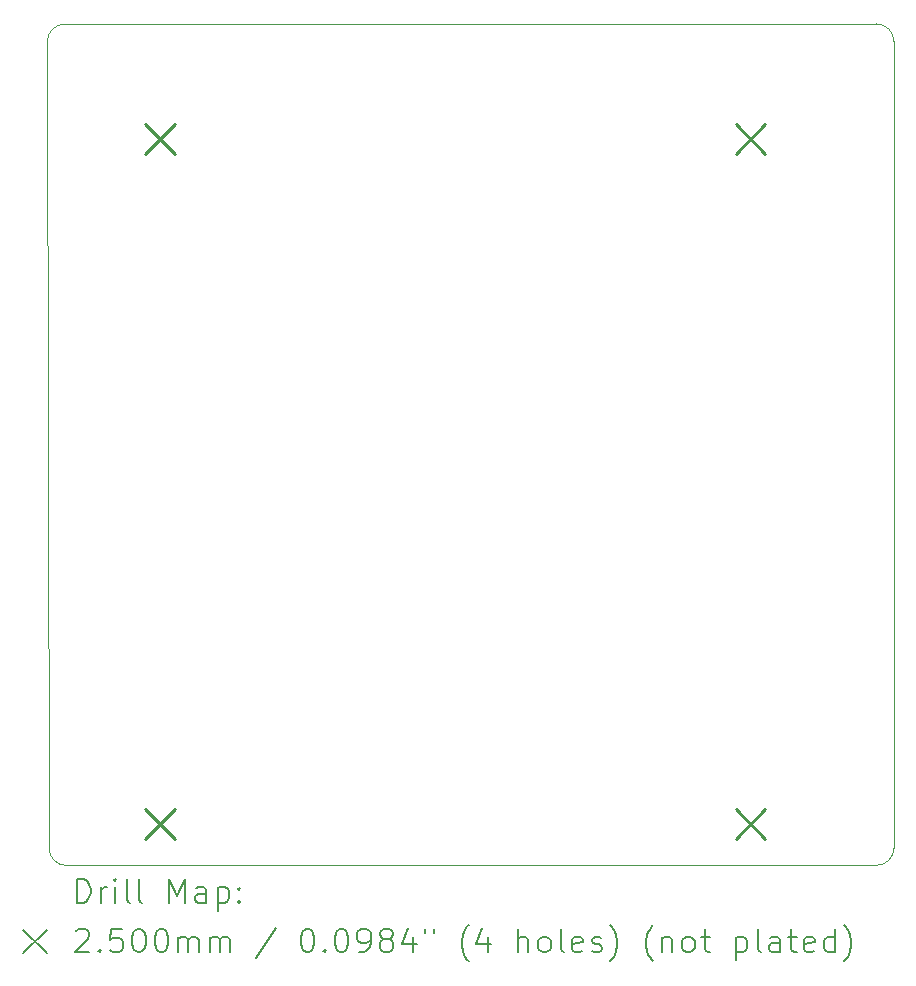
<source format=gbr>
%TF.GenerationSoftware,KiCad,Pcbnew,6.0.8-f2edbf62ab~116~ubuntu22.04.1*%
%TF.CreationDate,2022-11-20T23:03:38-05:00*%
%TF.ProjectId,Pi_HAT_V3,50695f48-4154-45f5-9633-2e6b69636164,rev?*%
%TF.SameCoordinates,Original*%
%TF.FileFunction,Drillmap*%
%TF.FilePolarity,Positive*%
%FSLAX45Y45*%
G04 Gerber Fmt 4.5, Leading zero omitted, Abs format (unit mm)*
G04 Created by KiCad (PCBNEW 6.0.8-f2edbf62ab~116~ubuntu22.04.1) date 2022-11-20 23:03:38*
%MOMM*%
%LPD*%
G01*
G04 APERTURE LIST*
%ADD10C,0.100000*%
%ADD11C,0.200000*%
%ADD12C,0.250000*%
G04 APERTURE END LIST*
D10*
X9446066Y-6476250D02*
X16315000Y-6473750D01*
X9446066Y-6476246D02*
G75*
G03*
X9296066Y-6626250I4J-150004D01*
G01*
X9310000Y-13450000D02*
X9296066Y-6626250D01*
X16316434Y-13598934D02*
G75*
G03*
X16466434Y-13448934I-4J150004D01*
G01*
X16465000Y-6623750D02*
X16466434Y-13448934D01*
X9310000Y-13450000D02*
G75*
G03*
X9460000Y-13600000I150000J0D01*
G01*
X16465000Y-6623750D02*
G75*
G03*
X16315000Y-6473750I-150000J0D01*
G01*
X16316434Y-13598934D02*
X9460000Y-13600000D01*
D11*
D12*
X10125000Y-7325000D02*
X10375000Y-7575000D01*
X10375000Y-7325000D02*
X10125000Y-7575000D01*
X10125000Y-13125000D02*
X10375000Y-13375000D01*
X10375000Y-13125000D02*
X10125000Y-13375000D01*
X15125000Y-7325000D02*
X15375000Y-7575000D01*
X15375000Y-7325000D02*
X15125000Y-7575000D01*
X15125000Y-13125000D02*
X15375000Y-13375000D01*
X15375000Y-13125000D02*
X15125000Y-13375000D01*
D11*
X9548685Y-13915476D02*
X9548685Y-13715476D01*
X9596304Y-13715476D01*
X9624876Y-13725000D01*
X9643923Y-13744048D01*
X9653447Y-13763095D01*
X9662971Y-13801190D01*
X9662971Y-13829762D01*
X9653447Y-13867857D01*
X9643923Y-13886905D01*
X9624876Y-13905952D01*
X9596304Y-13915476D01*
X9548685Y-13915476D01*
X9748685Y-13915476D02*
X9748685Y-13782143D01*
X9748685Y-13820238D02*
X9758209Y-13801190D01*
X9767733Y-13791667D01*
X9786780Y-13782143D01*
X9805828Y-13782143D01*
X9872495Y-13915476D02*
X9872495Y-13782143D01*
X9872495Y-13715476D02*
X9862971Y-13725000D01*
X9872495Y-13734524D01*
X9882018Y-13725000D01*
X9872495Y-13715476D01*
X9872495Y-13734524D01*
X9996304Y-13915476D02*
X9977256Y-13905952D01*
X9967733Y-13886905D01*
X9967733Y-13715476D01*
X10101066Y-13915476D02*
X10082018Y-13905952D01*
X10072495Y-13886905D01*
X10072495Y-13715476D01*
X10329637Y-13915476D02*
X10329637Y-13715476D01*
X10396304Y-13858333D01*
X10462971Y-13715476D01*
X10462971Y-13915476D01*
X10643923Y-13915476D02*
X10643923Y-13810714D01*
X10634399Y-13791667D01*
X10615352Y-13782143D01*
X10577256Y-13782143D01*
X10558209Y-13791667D01*
X10643923Y-13905952D02*
X10624876Y-13915476D01*
X10577256Y-13915476D01*
X10558209Y-13905952D01*
X10548685Y-13886905D01*
X10548685Y-13867857D01*
X10558209Y-13848809D01*
X10577256Y-13839286D01*
X10624876Y-13839286D01*
X10643923Y-13829762D01*
X10739161Y-13782143D02*
X10739161Y-13982143D01*
X10739161Y-13791667D02*
X10758209Y-13782143D01*
X10796304Y-13782143D01*
X10815352Y-13791667D01*
X10824876Y-13801190D01*
X10834399Y-13820238D01*
X10834399Y-13877381D01*
X10824876Y-13896428D01*
X10815352Y-13905952D01*
X10796304Y-13915476D01*
X10758209Y-13915476D01*
X10739161Y-13905952D01*
X10920114Y-13896428D02*
X10929637Y-13905952D01*
X10920114Y-13915476D01*
X10910590Y-13905952D01*
X10920114Y-13896428D01*
X10920114Y-13915476D01*
X10920114Y-13791667D02*
X10929637Y-13801190D01*
X10920114Y-13810714D01*
X10910590Y-13801190D01*
X10920114Y-13791667D01*
X10920114Y-13810714D01*
X9091066Y-14145000D02*
X9291066Y-14345000D01*
X9291066Y-14145000D02*
X9091066Y-14345000D01*
X9539161Y-14154524D02*
X9548685Y-14145000D01*
X9567733Y-14135476D01*
X9615352Y-14135476D01*
X9634399Y-14145000D01*
X9643923Y-14154524D01*
X9653447Y-14173571D01*
X9653447Y-14192619D01*
X9643923Y-14221190D01*
X9529637Y-14335476D01*
X9653447Y-14335476D01*
X9739161Y-14316428D02*
X9748685Y-14325952D01*
X9739161Y-14335476D01*
X9729637Y-14325952D01*
X9739161Y-14316428D01*
X9739161Y-14335476D01*
X9929637Y-14135476D02*
X9834399Y-14135476D01*
X9824876Y-14230714D01*
X9834399Y-14221190D01*
X9853447Y-14211667D01*
X9901066Y-14211667D01*
X9920114Y-14221190D01*
X9929637Y-14230714D01*
X9939161Y-14249762D01*
X9939161Y-14297381D01*
X9929637Y-14316428D01*
X9920114Y-14325952D01*
X9901066Y-14335476D01*
X9853447Y-14335476D01*
X9834399Y-14325952D01*
X9824876Y-14316428D01*
X10062971Y-14135476D02*
X10082018Y-14135476D01*
X10101066Y-14145000D01*
X10110590Y-14154524D01*
X10120114Y-14173571D01*
X10129637Y-14211667D01*
X10129637Y-14259286D01*
X10120114Y-14297381D01*
X10110590Y-14316428D01*
X10101066Y-14325952D01*
X10082018Y-14335476D01*
X10062971Y-14335476D01*
X10043923Y-14325952D01*
X10034399Y-14316428D01*
X10024876Y-14297381D01*
X10015352Y-14259286D01*
X10015352Y-14211667D01*
X10024876Y-14173571D01*
X10034399Y-14154524D01*
X10043923Y-14145000D01*
X10062971Y-14135476D01*
X10253447Y-14135476D02*
X10272495Y-14135476D01*
X10291542Y-14145000D01*
X10301066Y-14154524D01*
X10310590Y-14173571D01*
X10320114Y-14211667D01*
X10320114Y-14259286D01*
X10310590Y-14297381D01*
X10301066Y-14316428D01*
X10291542Y-14325952D01*
X10272495Y-14335476D01*
X10253447Y-14335476D01*
X10234399Y-14325952D01*
X10224876Y-14316428D01*
X10215352Y-14297381D01*
X10205828Y-14259286D01*
X10205828Y-14211667D01*
X10215352Y-14173571D01*
X10224876Y-14154524D01*
X10234399Y-14145000D01*
X10253447Y-14135476D01*
X10405828Y-14335476D02*
X10405828Y-14202143D01*
X10405828Y-14221190D02*
X10415352Y-14211667D01*
X10434399Y-14202143D01*
X10462971Y-14202143D01*
X10482018Y-14211667D01*
X10491542Y-14230714D01*
X10491542Y-14335476D01*
X10491542Y-14230714D02*
X10501066Y-14211667D01*
X10520114Y-14202143D01*
X10548685Y-14202143D01*
X10567733Y-14211667D01*
X10577256Y-14230714D01*
X10577256Y-14335476D01*
X10672495Y-14335476D02*
X10672495Y-14202143D01*
X10672495Y-14221190D02*
X10682018Y-14211667D01*
X10701066Y-14202143D01*
X10729637Y-14202143D01*
X10748685Y-14211667D01*
X10758209Y-14230714D01*
X10758209Y-14335476D01*
X10758209Y-14230714D02*
X10767733Y-14211667D01*
X10786780Y-14202143D01*
X10815352Y-14202143D01*
X10834399Y-14211667D01*
X10843923Y-14230714D01*
X10843923Y-14335476D01*
X11234399Y-14125952D02*
X11062971Y-14383095D01*
X11491542Y-14135476D02*
X11510590Y-14135476D01*
X11529637Y-14145000D01*
X11539161Y-14154524D01*
X11548685Y-14173571D01*
X11558209Y-14211667D01*
X11558209Y-14259286D01*
X11548685Y-14297381D01*
X11539161Y-14316428D01*
X11529637Y-14325952D01*
X11510590Y-14335476D01*
X11491542Y-14335476D01*
X11472494Y-14325952D01*
X11462971Y-14316428D01*
X11453447Y-14297381D01*
X11443923Y-14259286D01*
X11443923Y-14211667D01*
X11453447Y-14173571D01*
X11462971Y-14154524D01*
X11472494Y-14145000D01*
X11491542Y-14135476D01*
X11643923Y-14316428D02*
X11653447Y-14325952D01*
X11643923Y-14335476D01*
X11634399Y-14325952D01*
X11643923Y-14316428D01*
X11643923Y-14335476D01*
X11777256Y-14135476D02*
X11796304Y-14135476D01*
X11815352Y-14145000D01*
X11824875Y-14154524D01*
X11834399Y-14173571D01*
X11843923Y-14211667D01*
X11843923Y-14259286D01*
X11834399Y-14297381D01*
X11824875Y-14316428D01*
X11815352Y-14325952D01*
X11796304Y-14335476D01*
X11777256Y-14335476D01*
X11758209Y-14325952D01*
X11748685Y-14316428D01*
X11739161Y-14297381D01*
X11729637Y-14259286D01*
X11729637Y-14211667D01*
X11739161Y-14173571D01*
X11748685Y-14154524D01*
X11758209Y-14145000D01*
X11777256Y-14135476D01*
X11939161Y-14335476D02*
X11977256Y-14335476D01*
X11996304Y-14325952D01*
X12005828Y-14316428D01*
X12024875Y-14287857D01*
X12034399Y-14249762D01*
X12034399Y-14173571D01*
X12024875Y-14154524D01*
X12015352Y-14145000D01*
X11996304Y-14135476D01*
X11958209Y-14135476D01*
X11939161Y-14145000D01*
X11929637Y-14154524D01*
X11920114Y-14173571D01*
X11920114Y-14221190D01*
X11929637Y-14240238D01*
X11939161Y-14249762D01*
X11958209Y-14259286D01*
X11996304Y-14259286D01*
X12015352Y-14249762D01*
X12024875Y-14240238D01*
X12034399Y-14221190D01*
X12148685Y-14221190D02*
X12129637Y-14211667D01*
X12120114Y-14202143D01*
X12110590Y-14183095D01*
X12110590Y-14173571D01*
X12120114Y-14154524D01*
X12129637Y-14145000D01*
X12148685Y-14135476D01*
X12186780Y-14135476D01*
X12205828Y-14145000D01*
X12215352Y-14154524D01*
X12224875Y-14173571D01*
X12224875Y-14183095D01*
X12215352Y-14202143D01*
X12205828Y-14211667D01*
X12186780Y-14221190D01*
X12148685Y-14221190D01*
X12129637Y-14230714D01*
X12120114Y-14240238D01*
X12110590Y-14259286D01*
X12110590Y-14297381D01*
X12120114Y-14316428D01*
X12129637Y-14325952D01*
X12148685Y-14335476D01*
X12186780Y-14335476D01*
X12205828Y-14325952D01*
X12215352Y-14316428D01*
X12224875Y-14297381D01*
X12224875Y-14259286D01*
X12215352Y-14240238D01*
X12205828Y-14230714D01*
X12186780Y-14221190D01*
X12396304Y-14202143D02*
X12396304Y-14335476D01*
X12348685Y-14125952D02*
X12301066Y-14268809D01*
X12424875Y-14268809D01*
X12491542Y-14135476D02*
X12491542Y-14173571D01*
X12567733Y-14135476D02*
X12567733Y-14173571D01*
X12862971Y-14411667D02*
X12853447Y-14402143D01*
X12834399Y-14373571D01*
X12824875Y-14354524D01*
X12815352Y-14325952D01*
X12805828Y-14278333D01*
X12805828Y-14240238D01*
X12815352Y-14192619D01*
X12824875Y-14164048D01*
X12834399Y-14145000D01*
X12853447Y-14116428D01*
X12862971Y-14106905D01*
X13024875Y-14202143D02*
X13024875Y-14335476D01*
X12977256Y-14125952D02*
X12929637Y-14268809D01*
X13053447Y-14268809D01*
X13282018Y-14335476D02*
X13282018Y-14135476D01*
X13367733Y-14335476D02*
X13367733Y-14230714D01*
X13358209Y-14211667D01*
X13339161Y-14202143D01*
X13310590Y-14202143D01*
X13291542Y-14211667D01*
X13282018Y-14221190D01*
X13491542Y-14335476D02*
X13472494Y-14325952D01*
X13462971Y-14316428D01*
X13453447Y-14297381D01*
X13453447Y-14240238D01*
X13462971Y-14221190D01*
X13472494Y-14211667D01*
X13491542Y-14202143D01*
X13520114Y-14202143D01*
X13539161Y-14211667D01*
X13548685Y-14221190D01*
X13558209Y-14240238D01*
X13558209Y-14297381D01*
X13548685Y-14316428D01*
X13539161Y-14325952D01*
X13520114Y-14335476D01*
X13491542Y-14335476D01*
X13672494Y-14335476D02*
X13653447Y-14325952D01*
X13643923Y-14306905D01*
X13643923Y-14135476D01*
X13824875Y-14325952D02*
X13805828Y-14335476D01*
X13767733Y-14335476D01*
X13748685Y-14325952D01*
X13739161Y-14306905D01*
X13739161Y-14230714D01*
X13748685Y-14211667D01*
X13767733Y-14202143D01*
X13805828Y-14202143D01*
X13824875Y-14211667D01*
X13834399Y-14230714D01*
X13834399Y-14249762D01*
X13739161Y-14268809D01*
X13910590Y-14325952D02*
X13929637Y-14335476D01*
X13967733Y-14335476D01*
X13986780Y-14325952D01*
X13996304Y-14306905D01*
X13996304Y-14297381D01*
X13986780Y-14278333D01*
X13967733Y-14268809D01*
X13939161Y-14268809D01*
X13920114Y-14259286D01*
X13910590Y-14240238D01*
X13910590Y-14230714D01*
X13920114Y-14211667D01*
X13939161Y-14202143D01*
X13967733Y-14202143D01*
X13986780Y-14211667D01*
X14062971Y-14411667D02*
X14072494Y-14402143D01*
X14091542Y-14373571D01*
X14101066Y-14354524D01*
X14110590Y-14325952D01*
X14120114Y-14278333D01*
X14120114Y-14240238D01*
X14110590Y-14192619D01*
X14101066Y-14164048D01*
X14091542Y-14145000D01*
X14072494Y-14116428D01*
X14062971Y-14106905D01*
X14424875Y-14411667D02*
X14415352Y-14402143D01*
X14396304Y-14373571D01*
X14386780Y-14354524D01*
X14377256Y-14325952D01*
X14367733Y-14278333D01*
X14367733Y-14240238D01*
X14377256Y-14192619D01*
X14386780Y-14164048D01*
X14396304Y-14145000D01*
X14415352Y-14116428D01*
X14424875Y-14106905D01*
X14501066Y-14202143D02*
X14501066Y-14335476D01*
X14501066Y-14221190D02*
X14510590Y-14211667D01*
X14529637Y-14202143D01*
X14558209Y-14202143D01*
X14577256Y-14211667D01*
X14586780Y-14230714D01*
X14586780Y-14335476D01*
X14710590Y-14335476D02*
X14691542Y-14325952D01*
X14682018Y-14316428D01*
X14672494Y-14297381D01*
X14672494Y-14240238D01*
X14682018Y-14221190D01*
X14691542Y-14211667D01*
X14710590Y-14202143D01*
X14739161Y-14202143D01*
X14758209Y-14211667D01*
X14767733Y-14221190D01*
X14777256Y-14240238D01*
X14777256Y-14297381D01*
X14767733Y-14316428D01*
X14758209Y-14325952D01*
X14739161Y-14335476D01*
X14710590Y-14335476D01*
X14834399Y-14202143D02*
X14910590Y-14202143D01*
X14862971Y-14135476D02*
X14862971Y-14306905D01*
X14872494Y-14325952D01*
X14891542Y-14335476D01*
X14910590Y-14335476D01*
X15129637Y-14202143D02*
X15129637Y-14402143D01*
X15129637Y-14211667D02*
X15148685Y-14202143D01*
X15186780Y-14202143D01*
X15205828Y-14211667D01*
X15215352Y-14221190D01*
X15224875Y-14240238D01*
X15224875Y-14297381D01*
X15215352Y-14316428D01*
X15205828Y-14325952D01*
X15186780Y-14335476D01*
X15148685Y-14335476D01*
X15129637Y-14325952D01*
X15339161Y-14335476D02*
X15320114Y-14325952D01*
X15310590Y-14306905D01*
X15310590Y-14135476D01*
X15501066Y-14335476D02*
X15501066Y-14230714D01*
X15491542Y-14211667D01*
X15472494Y-14202143D01*
X15434399Y-14202143D01*
X15415352Y-14211667D01*
X15501066Y-14325952D02*
X15482018Y-14335476D01*
X15434399Y-14335476D01*
X15415352Y-14325952D01*
X15405828Y-14306905D01*
X15405828Y-14287857D01*
X15415352Y-14268809D01*
X15434399Y-14259286D01*
X15482018Y-14259286D01*
X15501066Y-14249762D01*
X15567733Y-14202143D02*
X15643923Y-14202143D01*
X15596304Y-14135476D02*
X15596304Y-14306905D01*
X15605828Y-14325952D01*
X15624875Y-14335476D01*
X15643923Y-14335476D01*
X15786780Y-14325952D02*
X15767733Y-14335476D01*
X15729637Y-14335476D01*
X15710590Y-14325952D01*
X15701066Y-14306905D01*
X15701066Y-14230714D01*
X15710590Y-14211667D01*
X15729637Y-14202143D01*
X15767733Y-14202143D01*
X15786780Y-14211667D01*
X15796304Y-14230714D01*
X15796304Y-14249762D01*
X15701066Y-14268809D01*
X15967733Y-14335476D02*
X15967733Y-14135476D01*
X15967733Y-14325952D02*
X15948685Y-14335476D01*
X15910590Y-14335476D01*
X15891542Y-14325952D01*
X15882018Y-14316428D01*
X15872494Y-14297381D01*
X15872494Y-14240238D01*
X15882018Y-14221190D01*
X15891542Y-14211667D01*
X15910590Y-14202143D01*
X15948685Y-14202143D01*
X15967733Y-14211667D01*
X16043923Y-14411667D02*
X16053447Y-14402143D01*
X16072494Y-14373571D01*
X16082018Y-14354524D01*
X16091542Y-14325952D01*
X16101066Y-14278333D01*
X16101066Y-14240238D01*
X16091542Y-14192619D01*
X16082018Y-14164048D01*
X16072494Y-14145000D01*
X16053447Y-14116428D01*
X16043923Y-14106905D01*
M02*

</source>
